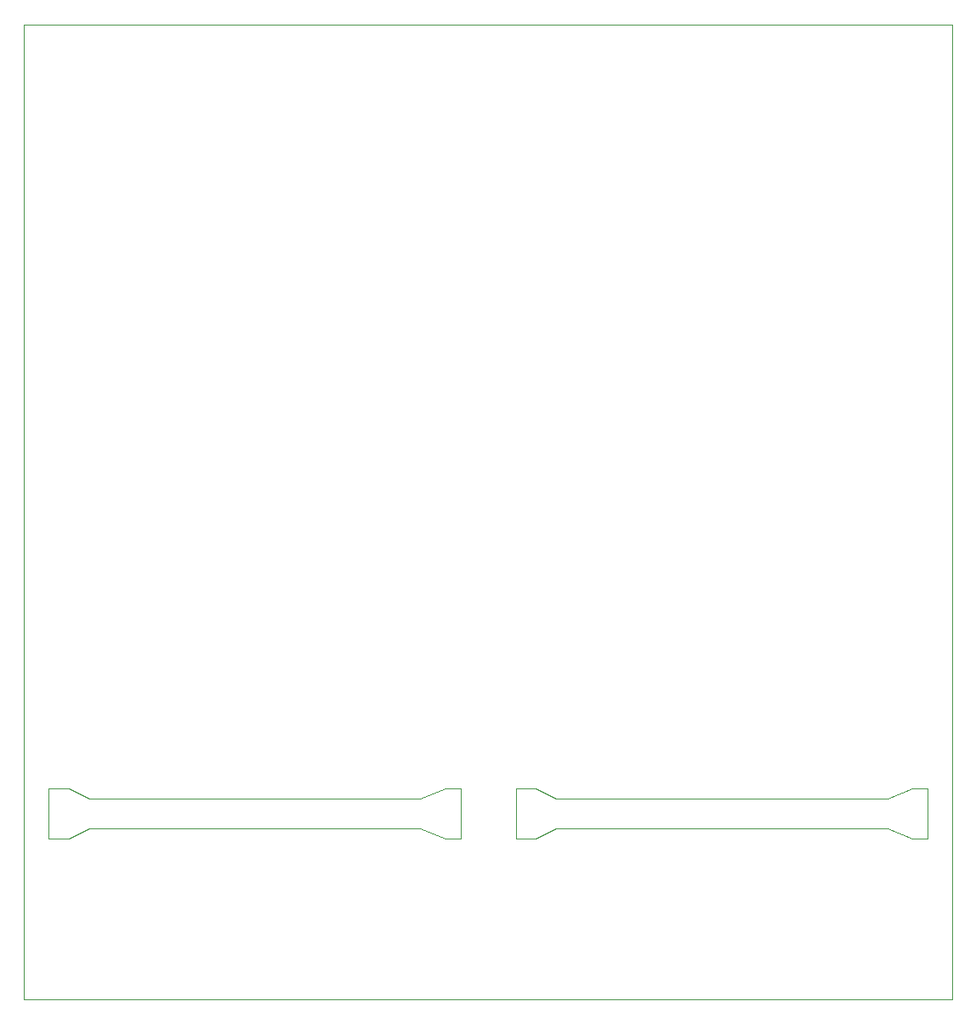
<source format=gbr>
%TF.GenerationSoftware,KiCad,Pcbnew,7.0.9*%
%TF.CreationDate,2024-06-03T12:22:40+05:30*%
%TF.ProjectId,Precharge,50726563-6861-4726-9765-2e6b69636164,rev?*%
%TF.SameCoordinates,Original*%
%TF.FileFunction,Profile,NP*%
%FSLAX46Y46*%
G04 Gerber Fmt 4.6, Leading zero omitted, Abs format (unit mm)*
G04 Created by KiCad (PCBNEW 7.0.9) date 2024-06-03 12:22:40*
%MOMM*%
%LPD*%
G01*
G04 APERTURE LIST*
%TA.AperFunction,Profile*%
%ADD10C,0.100000*%
%TD*%
G04 APERTURE END LIST*
D10*
X90000000Y-90000000D02*
X123000000Y-90000000D01*
X125500000Y-89000000D01*
X127000000Y-89000000D01*
X127000000Y-94000000D01*
X125500000Y-94000000D01*
X123000000Y-93000000D01*
X90000000Y-93000000D01*
X88000000Y-94000000D01*
X86000000Y-94000000D01*
X86000000Y-89000000D01*
X88000000Y-89000000D01*
X90000000Y-90000000D01*
X43500000Y-90000000D02*
X76500000Y-90000000D01*
X79000000Y-89000000D01*
X80500000Y-89000000D01*
X80500000Y-94000000D01*
X79000000Y-94000000D01*
X76500000Y-93000000D01*
X43500000Y-93000000D01*
X41500000Y-94000000D01*
X39500000Y-94000000D01*
X39500000Y-89000000D01*
X41500000Y-89000000D01*
X43500000Y-90000000D01*
X37000000Y-13000000D02*
X129500000Y-13000000D01*
X129500000Y-110000000D01*
X37000000Y-110000000D01*
X37000000Y-13000000D01*
M02*

</source>
